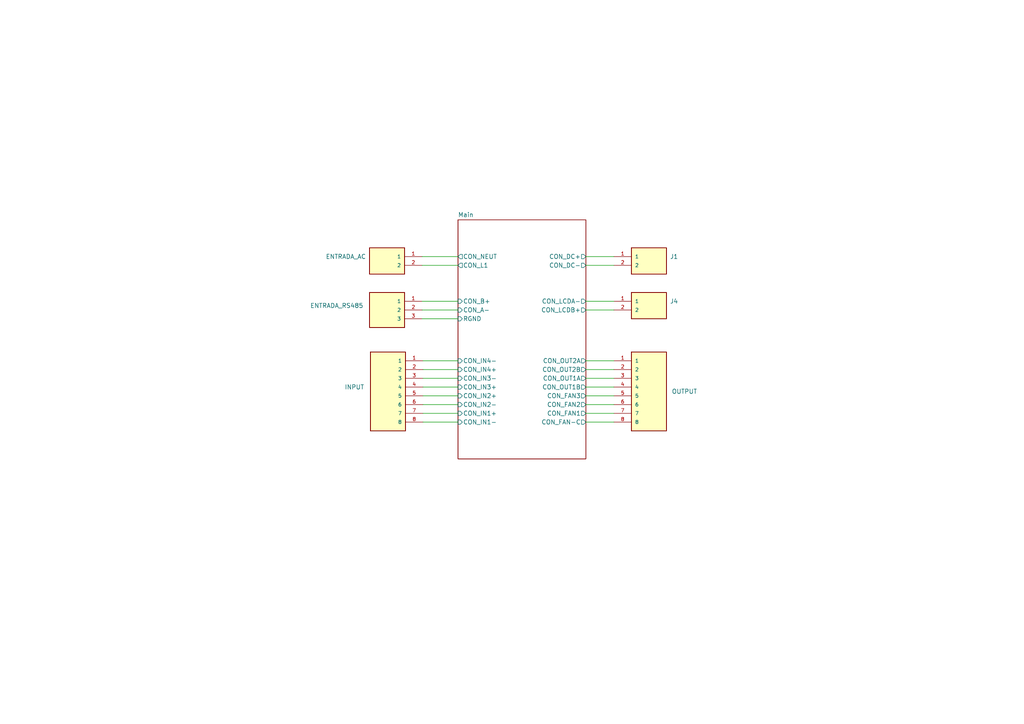
<source format=kicad_sch>
(kicad_sch (version 20230121) (generator eeschema)
  (paper "A4")
  (title_block (title "RoomLink") (date "2023-06-17") (rev "Version 1.0") (company "Designer: Raudy Rodríguez Moreno"))
  (lib_symbols
    (symbol "TBP03R1-350-02BE:TBP03R1-350-02BE" (pin_names (offset 1.016))
      (property "Reference" "J" (at -5.08 5.842 0))
      (property "Value" "TBP03R1-350-02BE" (at -5.08 -3.302 0))
      (symbol "TBP03R1-350-02BE_0_0"
        (rectangle (start -5.08 -2.54) (end 5.08 5.08) (stroke (width 0.254)) (fill (type background)))
        (pin passive line (at -10.16 2.54 0) (length 5.08) (name "1") (number "1"))
        (pin passive line (at -10.16 0 0) (length 5.08) (name "2") (number "2"))
      )
    )
    (symbol "TBP03R1-350-03BE:TBP03R1-350-03BE" (pin_names (offset 1.016))
      (property "Reference" "J" (at -5.08 5.842 0))
      (property "Value" "TBP03R1-350-03BE" (at -5.08 -5.842 0))
      (symbol "TBP03R1-350-03BE_0_0"
        (rectangle (start -5.08 -5.08) (end 5.08 5.08) (stroke (width 0.254)) (fill (type background)))
        (pin passive line (at -10.16 2.54 0) (length 5.08) (name "1") (number "1"))
        (pin passive line (at -10.16 0 0) (length 5.08) (name "2") (number "2"))
        (pin passive line (at -10.16 -2.54 0) (length 5.08) (name "3") (number "3"))
      )
    )
    (symbol "TBP03R1-350-08BE:TBP03R1-350-08BE" (pin_names (offset 1.016))
      (property "Reference" "J" (at -5.08 13.462 0))
      (property "Value" "TBP03R1-350-08BE" (at -5.08 -10.922 0))
      (symbol "TBP03R1-350-08BE_0_0"
        (rectangle (start -5.08 -10.16) (end 5.08 12.7) (stroke (width 0.254)) (fill (type background)))
        (pin passive line (at -10.16 10.16 0) (length 5.08) (name "1") (number "1"))
        (pin passive line (at -10.16 7.62 0) (length 5.08) (name "2") (number "2"))
        (pin passive line (at -10.16 5.08 0) (length 5.08) (name "3") (number "3"))
        (pin passive line (at -10.16 2.54 0) (length 5.08) (name "4") (number "4"))
        (pin passive line (at -10.16 0 0) (length 5.08) (name "5") (number "5"))
        (pin passive line (at -10.16 -2.54 0) (length 5.08) (name "6") (number "6"))
        (pin passive line (at -10.16 -5.08 0) (length 5.08) (name "7") (number "7"))
        (pin passive line (at -10.16 -7.62 0) (length 5.08) (name "8") (number "8"))
      )
    )
  )
  (wire (pts (xy 169.926 104.648) (xy 178.054 104.648)))
  (wire (pts (xy 122.428 87.376) (xy 132.842 87.376)))
  (wire (pts (xy 169.926 87.376) (xy 178.054 87.376)))
  (wire (pts (xy 122.682 104.648) (xy 132.842 104.648)))
  (wire (pts (xy 122.682 107.188) (xy 132.842 107.188)))
  (wire (pts (xy 169.926 117.348) (xy 178.054 117.348)))
  (wire (pts (xy 169.926 107.188) (xy 178.054 107.188)))
  (wire (pts (xy 122.682 119.888) (xy 132.842 119.888)))
  (wire (pts (xy 122.428 89.916) (xy 132.842 89.916)))
  (wire (pts (xy 122.428 74.422) (xy 132.842 74.422)))
  (wire (pts (xy 122.682 109.728) (xy 132.842 109.728)))
  (wire (pts (xy 122.682 114.808) (xy 132.842 114.808)))
  (wire (pts (xy 122.428 76.962) (xy 132.842 76.962)))
  (wire (pts (xy 169.926 112.268) (xy 178.054 112.268)))
  (wire (pts (xy 169.926 76.962) (xy 178.054 76.962)))
  (wire (pts (xy 169.926 122.428) (xy 178.054 122.428)))
  (wire (pts (xy 169.926 109.728) (xy 178.054 109.728)))
  (wire (pts (xy 122.682 117.348) (xy 132.842 117.348)))
  (wire (pts (xy 169.926 119.888) (xy 178.054 119.888)))
  (wire (pts (xy 122.682 112.268) (xy 132.842 112.268)))
  (wire (pts (xy 169.926 114.808) (xy 178.054 114.808)))
  (wire (pts (xy 169.926 74.422) (xy 178.054 74.422)))
  (wire (pts (xy 169.926 89.916) (xy 178.054 89.916)))
  (wire (pts (xy 122.428 92.456) (xy 132.842 92.456)))
  (wire (pts (xy 122.682 122.428) (xy 132.842 122.428)))
  (symbol (lib_id "TBP03R1-350-02BE:TBP03R1-350-02BE") (at 188.214 76.962 0) (unit 1)
    (property "Reference" "J1" (at 194.31 74.422 0) (effects (justify left)))
    (property "Value" "TBP03R1-350-02BE" (effects hide))
    (property "Footprint" "LibKiCad:CUI_TBP03R1-350-02BE" (effects hide))
    (property "PARTREV" "1.0" (effects hide))
    (property "STANDARD" "Manufacturer Recommendations" (effects hide))
    (property "MAXIMUM_PACKAGE_HEIGHT" "7.2 mm" (effects hide))
    (property "MANUFACTURER" "CUI Devices" (effects hide))
  )
  (symbol (lib_id "TBP03R1-350-08BE:TBP03R1-350-08BE") (at 112.522 114.808 0) (mirror y) (unit 1)
    (property "Reference" "INPUT" (at 105.664 112.268 0) (effects (justify left)))
    (property "Value" "TBP03R1-350-08BE" (effects hide))
    (property "Footprint" "LibKiCad:CUI_TBP03R1-350-08BE" (effects hide))
    (property "PARTREV" "1.0" (effects hide))
    (property "STANDARD" "Manufacturer Recommendations" (effects hide))
    (property "MAXIMUM_PACKAGE_HEIGHT" "7.2 mm" (effects hide))
    (property "MANUFACTURER" "CUI Devices" (effects hide))
  )
  (symbol (lib_id "TBP03R1-350-03BE:TBP03R1-350-03BE") (at 112.268 89.916 0) (mirror y) (unit 1)
    (property "Reference" "ENTRADA_RS485" (at 105.41 88.646 0) (effects (justify left)))
    (property "Value" "TBP03R1-350-03BE" (effects hide))
    (property "Footprint" "LibKiCad:CUI_TBP03R1-350-03BE" (effects hide))
    (property "PARTREV" "1.0" (effects hide))
    (property "STANDARD" "Manufacturer Recommendations" (effects hide))
    (property "MAXIMUM_PACKAGE_HEIGHT" "7.2 mm" (effects hide))
    (property "MANUFACTURER" "CUI Devices" (effects hide))
  )
  (symbol (lib_id "TBP03R1-350-08BE:TBP03R1-350-08BE") (at 188.214 114.808 0) (unit 1)
    (property "Reference" "OUTPUT" (at 194.818 113.538 0) (effects (justify left)))
    (property "Value" "TBP03R1-350-08BE" (effects hide))
    (property "Footprint" "LibKiCad:CUI_TBP03R1-350-08BE" (effects hide))
    (property "PARTREV" "1.0" (effects hide))
    (property "STANDARD" "Manufacturer Recommendations" (effects hide))
    (property "MAXIMUM_PACKAGE_HEIGHT" "7.2 mm" (effects hide))
    (property "MANUFACTURER" "CUI Devices" (effects hide))
  )
  (symbol (lib_id "TBP03R1-350-02BE:TBP03R1-350-02BE") (at 112.268 76.962 0) (mirror y) (unit 1)
    (property "Reference" "ENTRADA_AC" (at 106.172 74.422 0) (effects (justify left)))
    (property "Value" "TBP03R1-350-02BE" (effects hide))
    (property "Footprint" "LibKiCad:CUI_TBP03R1-350-02BE" (effects hide))
    (property "PARTREV" "1.0" (effects hide))
    (property "STANDARD" "Manufacturer Recommendations" (effects hide))
    (property "MAXIMUM_PACKAGE_HEIGHT" "7.2 mm" (effects hide))
    (property "MANUFACTURER" "CUI Devices" (effects hide))
  )
  (symbol (lib_id "TBP03R1-350-02BE:TBP03R1-350-02BE") (at 188.214 89.916 0) (unit 1)
    (property "Reference" "J4" (at 194.31 87.376 0) (effects (justify left)))
    (property "Value" "TBP03R1-350-02BE" (effects hide))
    (property "Footprint" "LibKiCad:CUI_TBP03R1-350-02BE" (effects hide))
    (property "PARTREV" "1.0" (effects hide))
    (property "STANDARD" "Manufacturer Recommendations" (effects hide))
    (property "MAXIMUM_PACKAGE_HEIGHT" "7.2 mm" (effects hide))
    (property "MANUFACTURER" "CUI Devices" (effects hide))
  )
  (sheet (at 132.842 63.754) (size 37.084 69.342) (stroke (width 0.1524))
    (property "Sheetname" "Main" (at 132.842 63.0424 0) (effects (justify left bottom)))
    (property "Sheetfile" "Block1.kicad_sch" (effects hide))
    (pin "CON_A-" input (at 132.842 89.916 180))
    (pin "CON_B+" input (at 132.842 87.376 180))
    (pin "RGND" input (at 132.842 92.456 180))
    (pin "CON_DC-" output (at 169.926 76.962 0))
    (pin "CON_L1" output (at 132.842 76.962 180))
    (pin "CON_DC+" output (at 169.926 74.422 0))
    (pin "CON_NEUT" output (at 132.842 74.422 180))
    (pin "CON_IN4+" input (at 132.842 107.188 180))
    (pin "CON_IN3+" input (at 132.842 112.268 180))
    (pin "CON_IN3-" input (at 132.842 109.728 180))
    (pin "CON_IN4-" input (at 132.842 104.648 180))
    (pin "CON_IN1-" input (at 132.842 122.428 180))
    (pin "CON_IN1+" input (at 132.842 119.888 180))
    (pin "CON_IN2-" input (at 132.842 117.348 180))
    (pin "CON_IN2+" input (at 132.842 114.808 180))
    (pin "CON_LCDB+" output (at 169.926 89.916 0))
    (pin "CON_LCDA-" output (at 169.926 87.376 0))
    (pin "CON_OUT1A" output (at 169.926 109.728 0))
    (pin "CON_OUT1B" output (at 169.926 112.268 0))
    (pin "CON_OUT2A" output (at 169.926 104.648 0))
    (pin "CON_OUT2B" output (at 169.926 107.188 0))
    (pin "CON_FAN1" output (at 169.926 119.888 0))
    (pin "CON_FAN2" output (at 169.926 117.348 0))
    (pin "CON_FAN-C" output (at 169.926 122.428 0))
    (pin "CON_FAN3" output (at 169.926 114.808 0))
  )
)
</source>
